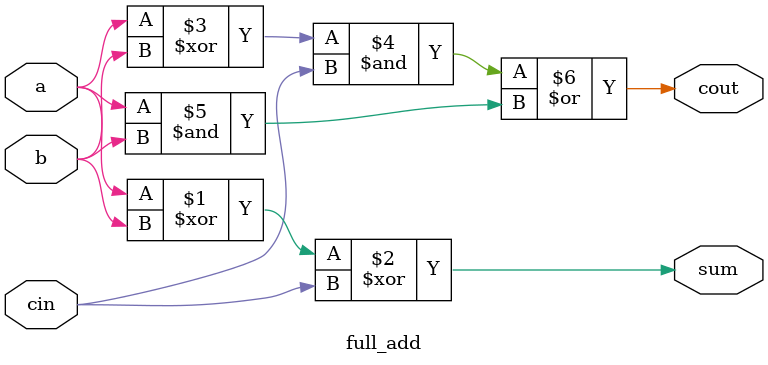
<source format=v>
module top_module( 
    input [2:0] a, b,
    input cin,
    output [2:0] cout,
    output [2:0] sum );
    wire[2:0] carry; 
    assign cout=carry;
    full_add k1(.a(a[0]),.b(b[0]),.cin(cin),.sum(sum[0]),.cout(carry[0]));
    full_add k2(.a(a[1]),.b(b[1]),.cin(carry[0]),.sum(sum[1]),.cout(carry[1]));
    full_add k3(.a(a[2]),.b(b[2]),.cin(carry[1]),.sum(sum[2]),.cout(carry[2]));
    
endmodule
module full_add(a,b,cin,cout,sum);
    input a,b,cin;
    output sum, cout;
    assign sum= a^b^cin;
    assign cout=(a^b)&cin | a&b; 
endmodule
    

</source>
